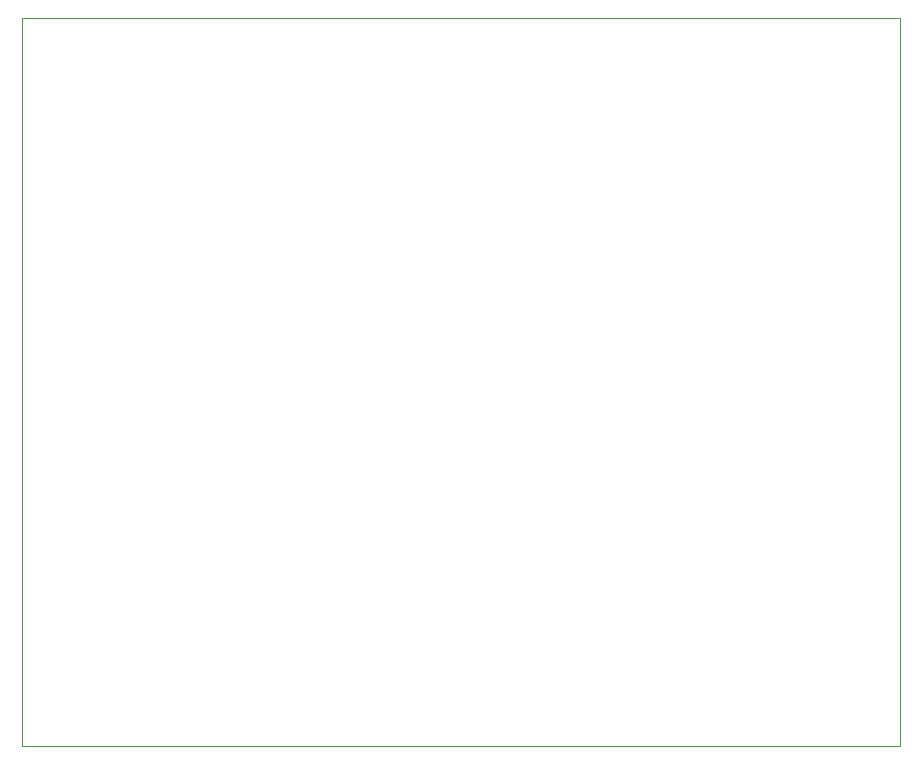
<source format=gbr>
G04 #@! TF.GenerationSoftware,KiCad,Pcbnew,(5.0.2-5)-5*
G04 #@! TF.CreationDate,2022-02-20T19:00:33+00:00*
G04 #@! TF.ProjectId,soldering_iron,736f6c64-6572-4696-9e67-5f69726f6e2e,rev?*
G04 #@! TF.SameCoordinates,Original*
G04 #@! TF.FileFunction,Profile,NP*
%FSLAX46Y46*%
G04 Gerber Fmt 4.6, Leading zero omitted, Abs format (unit mm)*
G04 Created by KiCad (PCBNEW (5.0.2-5)-5) date Sunday, 20 February 2022 at 19:00:33*
%MOMM*%
%LPD*%
G01*
G04 APERTURE LIST*
%ADD10C,0.025400*%
G04 APERTURE END LIST*
D10*
X74930000Y-83185000D02*
X74930000Y-21590000D01*
X149225000Y-83185000D02*
X74930000Y-83185000D01*
X149225000Y-21590000D02*
X149225000Y-83185000D01*
X74930000Y-21590000D02*
X149225000Y-21590000D01*
M02*

</source>
